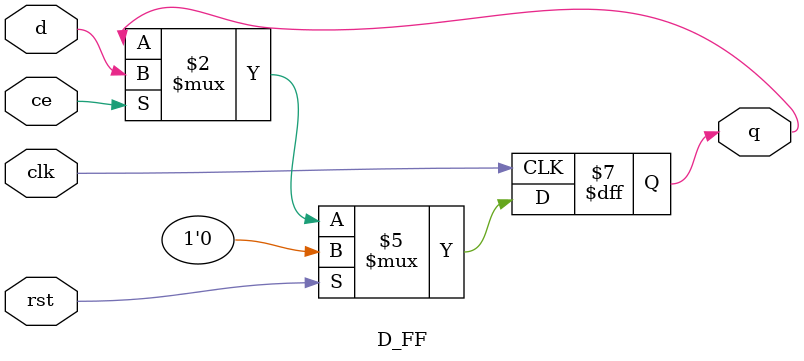
<source format=v>
module D_FF(d,clk,ce,rst,q);
	input d,clk,ce,rst;
	output reg q;
	always @(negedge clk)
	begin
	if(rst)
	q = 1'b0;
	else if(ce)
	q <= d;
	end
endmodule

</source>
